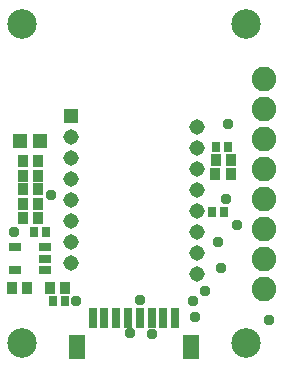
<source format=gbr>
G04 EAGLE Gerber RS-274X export*
G75*
%MOMM*%
%FSLAX34Y34*%
%LPD*%
%INSoldermask Top*%
%IPPOS*%
%AMOC8*
5,1,8,0,0,1.08239X$1,22.5*%
G01*
G04 Define Apertures*
%ADD10C,2.503200*%
%ADD11R,1.303200X1.203200*%
%ADD12R,0.903200X1.103200*%
%ADD13C,2.082800*%
%ADD14R,0.803200X0.903200*%
%ADD15R,1.311200X1.311200*%
%ADD16C,1.311200*%
%ADD17R,1.003300X0.660400*%
%ADD18R,0.803200X1.753200*%
%ADD19R,1.403200X2.003200*%
%ADD20C,0.959600*%
D10*
X-95000Y-135000D03*
X95000Y-135000D03*
X95000Y135000D03*
X-95000Y135000D03*
D11*
X-79130Y35560D03*
X-96130Y35560D03*
D12*
X-81130Y19050D03*
X-94130Y19050D03*
X-81130Y-29210D03*
X-94130Y-29210D03*
X-81130Y-17780D03*
X-94130Y-17780D03*
X-71270Y-88918D03*
X-58270Y-88918D03*
X-90114Y-88818D03*
X-103114Y-88818D03*
X-81130Y-5080D03*
X-94130Y-5080D03*
X-81130Y6350D03*
X-94130Y6350D03*
D13*
X110000Y88656D03*
X110000Y63256D03*
X110000Y37856D03*
X110000Y12456D03*
X110000Y-12944D03*
X110000Y-38344D03*
X110000Y-63744D03*
X110000Y-89144D03*
D14*
X-84286Y-41028D03*
X-74286Y-41028D03*
D15*
X-53594Y56642D03*
D16*
X-53594Y38842D03*
X-53594Y21042D03*
X-53594Y3242D03*
X-53594Y-14558D03*
X-53594Y-32358D03*
X-53594Y-50158D03*
X-53594Y-67958D03*
X53340Y47752D03*
X53340Y29952D03*
X53340Y12152D03*
X53340Y-5648D03*
X53340Y-23448D03*
X53340Y-41248D03*
X53340Y-59048D03*
X53340Y-76848D03*
D17*
X-75170Y-73346D03*
X-75170Y-63846D03*
X-75170Y-54346D03*
X-100696Y-54346D03*
X-100696Y-73346D03*
D18*
X35000Y-113750D03*
X25000Y-113750D03*
X15000Y-113750D03*
X5000Y-113750D03*
X-5000Y-113750D03*
X-15000Y-113750D03*
X-25000Y-113750D03*
X-35000Y-113750D03*
D19*
X-48000Y-139000D03*
X48000Y-139000D03*
D14*
X69470Y30346D03*
X79470Y30346D03*
X-58374Y-100132D03*
X-68374Y-100132D03*
D12*
X81970Y7780D03*
X68970Y7780D03*
X82194Y19350D03*
X69194Y19350D03*
D14*
X66021Y-24177D03*
X76021Y-24177D03*
D20*
X5000Y-99000D03*
X50000Y-100000D03*
X71000Y-50000D03*
X74000Y-72000D03*
X114000Y-116000D03*
X-70000Y-10000D03*
X-101755Y-41415D03*
X80000Y50000D03*
X15000Y-128000D03*
X52000Y-113000D03*
X-49102Y-100102D03*
X78043Y-12957D03*
X-3000Y-126806D03*
X60234Y-90996D03*
X87538Y-35469D03*
M02*

</source>
